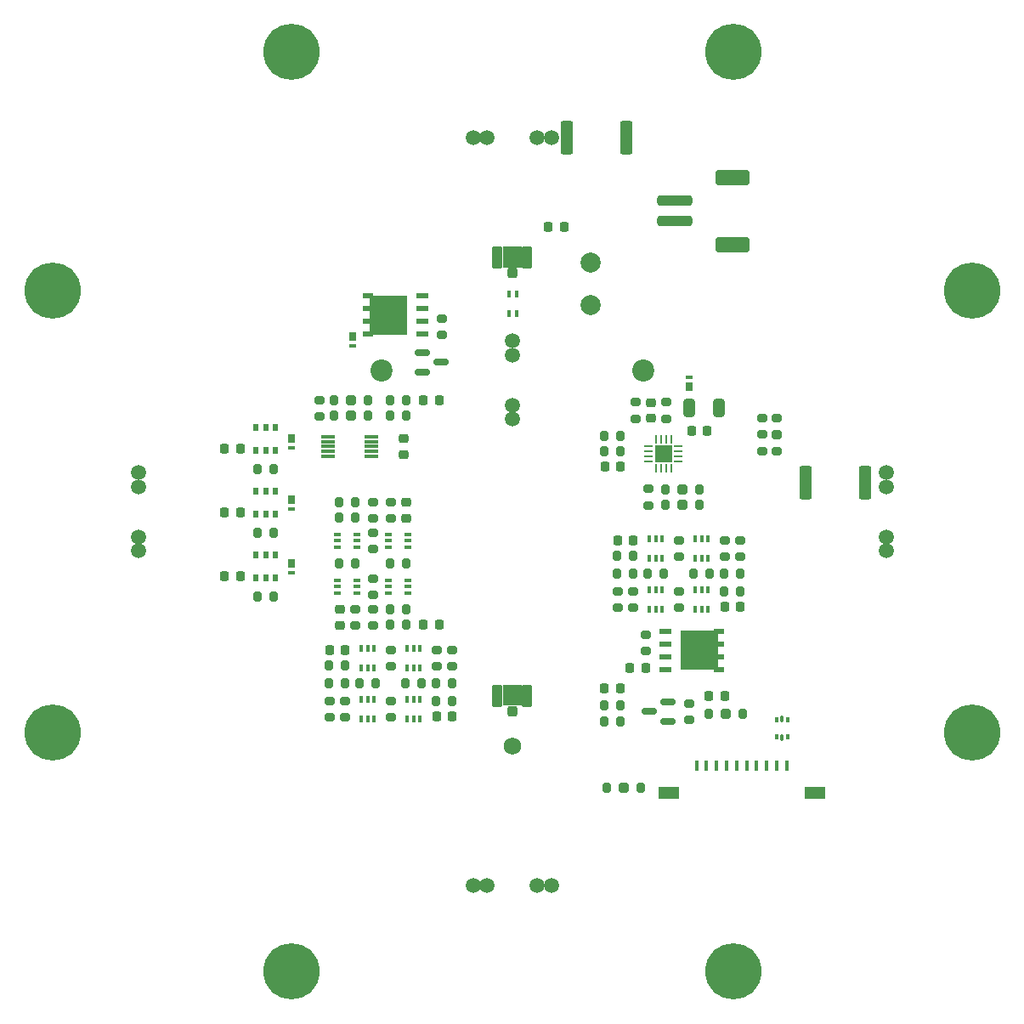
<source format=gbr>
%TF.GenerationSoftware,KiCad,Pcbnew,8.0.5*%
%TF.CreationDate,2025-02-27T20:38:44-05:00*%
%TF.ProjectId,Z-,5a2d2e6b-6963-4616-945f-706362585858,rev?*%
%TF.SameCoordinates,Original*%
%TF.FileFunction,Soldermask,Bot*%
%TF.FilePolarity,Negative*%
%FSLAX46Y46*%
G04 Gerber Fmt 4.6, Leading zero omitted, Abs format (unit mm)*
G04 Created by KiCad (PCBNEW 8.0.5) date 2025-02-27 20:38:44*
%MOMM*%
%LPD*%
G01*
G04 APERTURE LIST*
G04 Aperture macros list*
%AMRoundRect*
0 Rectangle with rounded corners*
0 $1 Rounding radius*
0 $2 $3 $4 $5 $6 $7 $8 $9 X,Y pos of 4 corners*
0 Add a 4 corners polygon primitive as box body*
4,1,4,$2,$3,$4,$5,$6,$7,$8,$9,$2,$3,0*
0 Add four circle primitives for the rounded corners*
1,1,$1+$1,$2,$3*
1,1,$1+$1,$4,$5*
1,1,$1+$1,$6,$7*
1,1,$1+$1,$8,$9*
0 Add four rect primitives between the rounded corners*
20,1,$1+$1,$2,$3,$4,$5,0*
20,1,$1+$1,$4,$5,$6,$7,0*
20,1,$1+$1,$6,$7,$8,$9,0*
20,1,$1+$1,$8,$9,$2,$3,0*%
G04 Aperture macros list end*
%ADD10C,0.762000*%
%ADD11C,3.800000*%
%ADD12C,5.600000*%
%ADD13C,1.727200*%
%ADD14C,2.200000*%
%ADD15C,2.000000*%
%ADD16C,1.500000*%
%ADD17R,1.422400X0.304800*%
%ADD18R,0.510000X0.700000*%
%ADD19RoundRect,0.225000X0.225000X0.250000X-0.225000X0.250000X-0.225000X-0.250000X0.225000X-0.250000X0*%
%ADD20RoundRect,0.200000X-0.200000X-0.275000X0.200000X-0.275000X0.200000X0.275000X-0.200000X0.275000X0*%
%ADD21RoundRect,0.075000X0.275000X-0.390000X0.275000X0.390000X-0.275000X0.390000X-0.275000X-0.390000X0*%
%ADD22RoundRect,0.075000X0.275000X-0.075000X0.275000X0.075000X-0.275000X0.075000X-0.275000X-0.075000X0*%
%ADD23RoundRect,0.100000X0.100000X-0.225000X0.100000X0.225000X-0.100000X0.225000X-0.100000X-0.225000X0*%
%ADD24RoundRect,0.200000X-0.275000X0.200000X-0.275000X-0.200000X0.275000X-0.200000X0.275000X0.200000X0*%
%ADD25R,0.254000X0.812800*%
%ADD26R,0.812800X0.254000*%
%ADD27R,1.752600X1.752600*%
%ADD28RoundRect,0.218750X-0.218750X-0.256250X0.218750X-0.256250X0.218750X0.256250X-0.218750X0.256250X0*%
%ADD29RoundRect,0.200000X0.200000X0.275000X-0.200000X0.275000X-0.200000X-0.275000X0.200000X-0.275000X0*%
%ADD30RoundRect,0.250000X0.250000X-0.275000X0.250000X0.275000X-0.250000X0.275000X-0.250000X-0.275000X0*%
%ADD31RoundRect,0.250000X0.275000X-0.850000X0.275000X0.850000X-0.275000X0.850000X-0.275000X-0.850000X0*%
%ADD32RoundRect,0.218750X0.218750X0.256250X-0.218750X0.256250X-0.218750X-0.256250X0.218750X-0.256250X0*%
%ADD33RoundRect,0.100000X0.225000X0.100000X-0.225000X0.100000X-0.225000X-0.100000X0.225000X-0.100000X0*%
%ADD34R,1.270000X0.610000*%
%ADD35R,1.020000X0.610000*%
%ADD36R,3.810000X3.910000*%
%ADD37RoundRect,0.200000X0.275000X-0.200000X0.275000X0.200000X-0.275000X0.200000X-0.275000X-0.200000X0*%
%ADD38RoundRect,0.225000X-0.225000X-0.250000X0.225000X-0.250000X0.225000X0.250000X-0.225000X0.250000X0*%
%ADD39RoundRect,0.093750X0.093750X-0.156250X0.093750X0.156250X-0.093750X0.156250X-0.093750X-0.156250X0*%
%ADD40RoundRect,0.075000X0.075000X-0.250000X0.075000X0.250000X-0.075000X0.250000X-0.075000X-0.250000X0*%
%ADD41RoundRect,0.100000X-0.225000X-0.100000X0.225000X-0.100000X0.225000X0.100000X-0.225000X0.100000X0*%
%ADD42RoundRect,0.075000X-0.275000X0.390000X-0.275000X-0.390000X0.275000X-0.390000X0.275000X0.390000X0*%
%ADD43RoundRect,0.075000X-0.275000X0.075000X-0.275000X-0.075000X0.275000X-0.075000X0.275000X0.075000X0*%
%ADD44RoundRect,0.225000X0.250000X-0.225000X0.250000X0.225000X-0.250000X0.225000X-0.250000X-0.225000X0*%
%ADD45RoundRect,0.250000X-1.500000X0.250000X-1.500000X-0.250000X1.500000X-0.250000X1.500000X0.250000X0*%
%ADD46RoundRect,0.250001X-1.449999X0.499999X-1.449999X-0.499999X1.449999X-0.499999X1.449999X0.499999X0*%
%ADD47RoundRect,0.100000X-0.100000X0.225000X-0.100000X-0.225000X0.100000X-0.225000X0.100000X0.225000X0*%
%ADD48RoundRect,0.225000X-0.250000X0.225000X-0.250000X-0.225000X0.250000X-0.225000X0.250000X0.225000X0*%
%ADD49RoundRect,0.250000X0.362500X1.425000X-0.362500X1.425000X-0.362500X-1.425000X0.362500X-1.425000X0*%
%ADD50RoundRect,0.250000X-0.325000X-0.650000X0.325000X-0.650000X0.325000X0.650000X-0.325000X0.650000X0*%
%ADD51RoundRect,0.150000X-0.587500X-0.150000X0.587500X-0.150000X0.587500X0.150000X-0.587500X0.150000X0*%
%ADD52R,0.400000X1.000000*%
%ADD53R,2.000000X1.300000*%
%ADD54RoundRect,0.250000X-0.362500X-1.425000X0.362500X-1.425000X0.362500X1.425000X-0.362500X1.425000X0*%
%ADD55RoundRect,0.150000X0.587500X0.150000X-0.587500X0.150000X-0.587500X-0.150000X0.587500X-0.150000X0*%
%ADD56R,0.400000X0.750000*%
G04 APERTURE END LIST*
%TO.C,J3*%
G36*
X153260000Y-114971000D02*
G01*
X151380000Y-114971000D01*
X151380000Y-112881000D01*
X153260000Y-112881000D01*
X153260000Y-114971000D01*
G37*
%TO.C,J2*%
G36*
X153259600Y-71333800D02*
G01*
X151379600Y-71333800D01*
X151379600Y-69243800D01*
X153259600Y-69243800D01*
X153259600Y-71333800D01*
G37*
%TD*%
D10*
%TO.C,H2*%
X106520000Y-75860000D03*
X104964250Y-75215750D03*
X108075750Y-75215750D03*
X104320000Y-73660000D03*
D11*
X106520000Y-73660000D03*
D12*
X106520000Y-73660000D03*
D10*
X108720000Y-73660000D03*
X104964250Y-72104250D03*
X108075750Y-72104250D03*
X106520000Y-71460000D03*
%TD*%
D13*
%TO.C,AE3*%
X152319600Y-119046599D03*
%TD*%
D14*
%TO.C,AE2*%
X139279600Y-81585000D03*
%TD*%
D15*
%TO.C,H9*%
X160147000Y-70787000D03*
%TD*%
%TO.C,H10*%
X160147000Y-75057000D03*
%TD*%
D14*
%TO.C,AE1*%
X165359599Y-81585000D03*
%TD*%
D16*
%TO.C,JP3*%
X152319600Y-86450000D03*
X152319600Y-85050000D03*
X152319600Y-80050000D03*
X152319600Y-78650000D03*
%TD*%
D10*
%TO.C,H8*%
X130320000Y-143660000D03*
X128764250Y-143015750D03*
X131875750Y-143015750D03*
X128120000Y-141460000D03*
D11*
X130320000Y-141460000D03*
D12*
X130320000Y-141460000D03*
D10*
X132520000Y-141460000D03*
X128764250Y-139904250D03*
X131875750Y-139904250D03*
X130320000Y-139260000D03*
%TD*%
%TO.C,H5*%
X198120000Y-75860000D03*
X196564250Y-75215750D03*
X199675750Y-75215750D03*
X195920000Y-73660000D03*
D11*
X198120000Y-73660000D03*
D12*
X198120000Y-73660000D03*
D10*
X200320000Y-73660000D03*
X196564250Y-72104250D03*
X199675750Y-72104250D03*
X198120000Y-71460000D03*
%TD*%
%TO.C,H7*%
X174320000Y-143660000D03*
X172764250Y-143015750D03*
X175875750Y-143015750D03*
X172120000Y-141460000D03*
D11*
X174320000Y-141460000D03*
D12*
X174320000Y-141460000D03*
D10*
X176520000Y-141460000D03*
X172764250Y-139904250D03*
X175875750Y-139904250D03*
X174320000Y-139260000D03*
%TD*%
D16*
%TO.C,JP1*%
X115062880Y-99559140D03*
X115062880Y-98159140D03*
X115062880Y-93159140D03*
X115062880Y-91759140D03*
%TD*%
D10*
%TO.C,H4*%
X174320000Y-52060000D03*
X172764250Y-51415750D03*
X175875750Y-51415750D03*
X172120000Y-49860000D03*
D11*
X174320000Y-49860000D03*
D12*
X174320000Y-49860000D03*
D10*
X176520000Y-49860000D03*
X172764250Y-48304250D03*
X175875750Y-48304250D03*
X174320000Y-47660000D03*
%TD*%
%TO.C,H3*%
X130320000Y-52060000D03*
X128764250Y-51415750D03*
X131875750Y-51415750D03*
X128120000Y-49860000D03*
D11*
X130320000Y-49860000D03*
D12*
X130320000Y-49860000D03*
D10*
X132520000Y-49860000D03*
X128764250Y-48304250D03*
X131875750Y-48304250D03*
X130320000Y-47660000D03*
%TD*%
D16*
%TO.C,JP5*%
X148419600Y-58402420D03*
X149819600Y-58402420D03*
X154819600Y-58402420D03*
X156219600Y-58402420D03*
%TD*%
D10*
%TO.C,H1*%
X106520000Y-119860000D03*
X104964250Y-119215750D03*
X108075750Y-119215750D03*
X104320000Y-117660000D03*
D11*
X106520000Y-117660000D03*
D12*
X106520000Y-117660000D03*
D10*
X108720000Y-117660000D03*
X104964250Y-116104250D03*
X108075750Y-116104250D03*
X106520000Y-115460000D03*
%TD*%
%TO.C,H6*%
X198120000Y-119860000D03*
X196564250Y-119215750D03*
X199675750Y-119215750D03*
X195920000Y-117660000D03*
D11*
X198120000Y-117660000D03*
D12*
X198120000Y-117660000D03*
D10*
X200320000Y-117660000D03*
X196564250Y-116104250D03*
X199675750Y-116104250D03*
X198120000Y-115460000D03*
%TD*%
D17*
%TO.C,U2*%
X133997700Y-90154001D03*
X133997700Y-89653999D03*
X133997700Y-89154000D03*
X133997700Y-88654001D03*
X133997700Y-88153999D03*
X138290300Y-88153999D03*
X138290300Y-88654001D03*
X138290300Y-89154000D03*
X138290300Y-89653999D03*
X138290300Y-90154001D03*
%TD*%
D18*
%TO.C,Q17*%
X128712000Y-102239000D03*
X127762000Y-102239000D03*
X126812000Y-102239000D03*
X126812000Y-99919000D03*
X127762000Y-99919000D03*
X128712000Y-99919000D03*
%TD*%
D19*
%TO.C,C11*%
X164351000Y-98552000D03*
X162801000Y-98552000D03*
%TD*%
D20*
%TO.C,R50*%
X170371000Y-101854000D03*
X172021000Y-101854000D03*
%TD*%
D21*
%TO.C,D3*%
X169926000Y-83181000D03*
D22*
X169926000Y-82296000D03*
%TD*%
D23*
%TO.C,Q1*%
X138572000Y-111186000D03*
X137922000Y-111186000D03*
X137272000Y-111186000D03*
X137272000Y-109286000D03*
X137922000Y-109286000D03*
X138572000Y-109286000D03*
%TD*%
D24*
%TO.C,R63*%
X167640000Y-84737000D03*
X167640000Y-86387000D03*
%TD*%
D25*
%TO.C,U4*%
X166635999Y-88406800D03*
X167136000Y-88406800D03*
X167636000Y-88406800D03*
X168136001Y-88406800D03*
D26*
X168859200Y-89129999D03*
X168859200Y-89630000D03*
X168859200Y-90130000D03*
X168859200Y-90630001D03*
D25*
X168136001Y-91353200D03*
X167636000Y-91353200D03*
X167136000Y-91353200D03*
X166635999Y-91353200D03*
D26*
X165912800Y-90630001D03*
X165912800Y-90130000D03*
X165912800Y-89630000D03*
X165912800Y-89129999D03*
D27*
X167386000Y-89880000D03*
%TD*%
D28*
%TO.C,F7*%
X155930500Y-67310000D03*
X157505500Y-67310000D03*
%TD*%
D29*
%TO.C,R47*%
X165163000Y-123190000D03*
X163513000Y-123190000D03*
%TD*%
%TO.C,R43*%
X128587000Y-97777000D03*
X126937000Y-97777000D03*
%TD*%
D20*
%TO.C,R14*%
X135065000Y-96266000D03*
X136715000Y-96266000D03*
%TD*%
%TO.C,R13*%
X136335000Y-86106000D03*
X137985000Y-86106000D03*
%TD*%
%TO.C,R62*%
X162751000Y-100076000D03*
X164401000Y-100076000D03*
%TD*%
D30*
%TO.C,J3*%
X152320000Y-115506000D03*
D31*
X150845000Y-113981000D03*
X153795000Y-113981000D03*
%TD*%
D20*
%TO.C,R56*%
X162751000Y-101854000D03*
X164401000Y-101854000D03*
%TD*%
D32*
%TO.C,F4*%
X125247500Y-89408000D03*
X123672500Y-89408000D03*
%TD*%
D20*
%TO.C,R23*%
X141669000Y-112776000D03*
X143319000Y-112776000D03*
%TD*%
D33*
%TO.C,Q5*%
X136840000Y-102474000D03*
X136840000Y-103124000D03*
X136840000Y-103774000D03*
X134940000Y-103774000D03*
X134940000Y-103124000D03*
X134940000Y-102474000D03*
%TD*%
D20*
%TO.C,R70*%
X140145000Y-84582000D03*
X141795000Y-84582000D03*
%TD*%
D29*
%TO.C,R59*%
X167448999Y-101854000D03*
X165798999Y-101854000D03*
%TD*%
D34*
%TO.C,Q21*%
X167582000Y-107569000D03*
D35*
X172932000Y-111379000D03*
X172932000Y-110109000D03*
X172932000Y-108839000D03*
X172932000Y-107569000D03*
D36*
X170942000Y-109474000D03*
D34*
X167582000Y-111379000D03*
X167582000Y-110109000D03*
X167582000Y-108839000D03*
%TD*%
D24*
%TO.C,R31*%
X138430000Y-94679000D03*
X138430000Y-96329000D03*
%TD*%
D37*
%TO.C,R29*%
X136652000Y-106997000D03*
X136652000Y-105347000D03*
%TD*%
D20*
%TO.C,R12*%
X134557000Y-84582000D03*
X136207000Y-84582000D03*
%TD*%
D29*
%TO.C,R60*%
X128587000Y-91427000D03*
X126937000Y-91427000D03*
%TD*%
D32*
%TO.C,F5*%
X125247500Y-102108000D03*
X123672500Y-102108000D03*
%TD*%
D37*
%TO.C,R7*%
X178710599Y-89627001D03*
X178710599Y-87977001D03*
%TD*%
D38*
%TO.C,C9*%
X170185000Y-87594000D03*
X171735000Y-87594000D03*
%TD*%
D19*
%TO.C,C7*%
X163081000Y-91150000D03*
X161531000Y-91150000D03*
%TD*%
D29*
%TO.C,R5*%
X138746999Y-112776000D03*
X137096999Y-112776000D03*
%TD*%
D39*
%TO.C,U5*%
X179734500Y-118071000D03*
D40*
X179197000Y-118146000D03*
D39*
X178659500Y-118071000D03*
X178659500Y-116371000D03*
D40*
X179197000Y-116296000D03*
D39*
X179734500Y-116371000D03*
%TD*%
D41*
%TO.C,Q6*%
X134940000Y-99202000D03*
X134940000Y-98552000D03*
X134940000Y-97902000D03*
X136840000Y-97902000D03*
X136840000Y-98552000D03*
X136840000Y-99202000D03*
%TD*%
D20*
%TO.C,R2*%
X134049000Y-112776000D03*
X135699000Y-112776000D03*
%TD*%
D37*
%TO.C,R19*%
X135636000Y-116141000D03*
X135636000Y-114491000D03*
%TD*%
D42*
%TO.C,D4*%
X130302000Y-94457000D03*
D43*
X130302000Y-95342000D03*
%TD*%
D44*
%TO.C,C8*%
X166116000Y-86337000D03*
X166116000Y-84787000D03*
%TD*%
D16*
%TO.C,JP2*%
X149820860Y-132916721D03*
X148420860Y-132916721D03*
X156220860Y-132916721D03*
X154820860Y-132916721D03*
%TD*%
D28*
%TO.C,F2*%
X143484500Y-106934000D03*
X145059500Y-106934000D03*
%TD*%
D20*
%TO.C,R32*%
X140145000Y-100838000D03*
X141795000Y-100838000D03*
%TD*%
D38*
%TO.C,C2*%
X144767000Y-116078000D03*
X146317000Y-116078000D03*
%TD*%
D29*
%TO.C,R24*%
X146367000Y-114554000D03*
X144717000Y-114554000D03*
%TD*%
D45*
%TO.C,J5*%
X168520000Y-64688000D03*
X168520000Y-66688000D03*
D46*
X174270000Y-62338000D03*
X174270000Y-69038000D03*
%TD*%
D37*
%TO.C,R22*%
X134112000Y-116141000D03*
X134112000Y-114491000D03*
%TD*%
%TO.C,R34*%
X138430000Y-99376999D03*
X138430000Y-97726999D03*
%TD*%
D24*
%TO.C,R38*%
X140208000Y-94679000D03*
X140208000Y-96329000D03*
%TD*%
D37*
%TO.C,R73*%
X145288000Y-78041000D03*
X145288000Y-76391000D03*
%TD*%
D20*
%TO.C,R80*%
X171895000Y-115824000D03*
X173545000Y-115824000D03*
%TD*%
D29*
%TO.C,R33*%
X141795000Y-106934000D03*
X140145000Y-106934000D03*
%TD*%
D47*
%TO.C,Q3*%
X141844000Y-114366000D03*
X142494000Y-114366000D03*
X143144000Y-114366000D03*
X143144000Y-116266000D03*
X142494000Y-116266000D03*
X141844000Y-116266000D03*
%TD*%
D20*
%TO.C,R48*%
X161735000Y-123190000D03*
X163385000Y-123190000D03*
%TD*%
D24*
%TO.C,R4*%
X146304000Y-109411000D03*
X146304000Y-111061000D03*
%TD*%
D32*
%TO.C,F1*%
X165633500Y-111252000D03*
X164058500Y-111252000D03*
%TD*%
D48*
%TO.C,C3*%
X135128000Y-105397000D03*
X135128000Y-106947000D03*
%TD*%
D23*
%TO.C,Q11*%
X167274000Y-100264000D03*
X166624000Y-100264000D03*
X165974000Y-100264000D03*
X165974000Y-98364000D03*
X166624000Y-98364000D03*
X167274000Y-98364000D03*
%TD*%
D37*
%TO.C,R17*%
X138430000Y-106997000D03*
X138430000Y-105347000D03*
%TD*%
D29*
%TO.C,R42*%
X175068999Y-101854000D03*
X173418999Y-101854000D03*
%TD*%
D24*
%TO.C,R69*%
X133096000Y-84519000D03*
X133096000Y-86169000D03*
%TD*%
D20*
%TO.C,R11*%
X136335000Y-84582000D03*
X137985000Y-84582000D03*
%TD*%
D29*
%TO.C,R16*%
X163131000Y-116586000D03*
X161481000Y-116586000D03*
%TD*%
D37*
%TO.C,R46*%
X162813999Y-105219000D03*
X162813999Y-103569000D03*
%TD*%
D49*
%TO.C,R55*%
X163712500Y-58420000D03*
X157787500Y-58420000D03*
%TD*%
D32*
%TO.C,F6*%
X125247500Y-95758000D03*
X123672500Y-95758000D03*
%TD*%
D33*
%TO.C,Q8*%
X141920000Y-102474000D03*
X141920000Y-103124000D03*
X141920000Y-103774000D03*
X140020000Y-103774000D03*
X140020000Y-103124000D03*
X140020000Y-102474000D03*
%TD*%
D29*
%TO.C,R53*%
X128587000Y-104127000D03*
X126937000Y-104127000D03*
%TD*%
D24*
%TO.C,R9*%
X177237399Y-86313801D03*
X177237399Y-87963801D03*
%TD*%
D20*
%TO.C,R64*%
X161481000Y-88102000D03*
X163131000Y-88102000D03*
%TD*%
D50*
%TO.C,C10*%
X169985000Y-85344000D03*
X172935000Y-85344000D03*
%TD*%
D24*
%TO.C,R67*%
X165862000Y-93373000D03*
X165862000Y-95023000D03*
%TD*%
D23*
%TO.C,Q10*%
X167273999Y-105344000D03*
X166623999Y-105344000D03*
X165973999Y-105344000D03*
X165973999Y-103444000D03*
X166623999Y-103444000D03*
X167273999Y-103444000D03*
%TD*%
D29*
%TO.C,R18*%
X136715000Y-100838000D03*
X135065000Y-100838000D03*
%TD*%
D51*
%TO.C,Q13*%
X143334500Y-81722000D03*
X143334500Y-79822000D03*
X145209500Y-80772000D03*
%TD*%
D24*
%TO.C,R8*%
X177237399Y-87964801D03*
X177237399Y-89614801D03*
%TD*%
D42*
%TO.C,D5*%
X130302000Y-100807000D03*
D43*
X130302000Y-101692000D03*
%TD*%
D18*
%TO.C,Q15*%
X128712000Y-95885000D03*
X127762000Y-95885000D03*
X126812000Y-95885000D03*
X126812000Y-93565000D03*
X127762000Y-93565000D03*
X128712000Y-93565000D03*
%TD*%
D52*
%TO.C,J1*%
X179680000Y-120988200D03*
X178680000Y-120988200D03*
X177680000Y-120988200D03*
X176680000Y-120988200D03*
X175680000Y-120988200D03*
X174680000Y-120988200D03*
X173680000Y-120988200D03*
X172680000Y-120988200D03*
X171680000Y-120988200D03*
X170680000Y-120988200D03*
D53*
X182480000Y-123688200D03*
X167880000Y-123688200D03*
%TD*%
D28*
%TO.C,F3*%
X171932500Y-114046000D03*
X173507500Y-114046000D03*
%TD*%
D29*
%TO.C,R20*%
X146367000Y-112776000D03*
X144717000Y-112776000D03*
%TD*%
D20*
%TO.C,R49*%
X169355000Y-93436000D03*
X171005000Y-93436000D03*
%TD*%
D54*
%TO.C,R44*%
X181537500Y-92750000D03*
X187462500Y-92750000D03*
%TD*%
D24*
%TO.C,R54*%
X173482000Y-98489000D03*
X173482000Y-100139000D03*
%TD*%
D42*
%TO.C,D6*%
X130302000Y-88392000D03*
D43*
X130302000Y-89277000D03*
%TD*%
D16*
%TO.C,JP4*%
X189577580Y-98160000D03*
X189577580Y-99560000D03*
X189577580Y-91760000D03*
X189577580Y-93160000D03*
%TD*%
D37*
%TO.C,R6*%
X178710599Y-87963801D03*
X178710599Y-86313801D03*
%TD*%
%TO.C,R57*%
X168910000Y-100139000D03*
X168910000Y-98489000D03*
%TD*%
D24*
%TO.C,R45*%
X168909999Y-103569000D03*
X168909999Y-105219000D03*
%TD*%
D20*
%TO.C,R41*%
X167577000Y-94960000D03*
X169227000Y-94960000D03*
%TD*%
D38*
%TO.C,C6*%
X173468999Y-105156000D03*
X175018999Y-105156000D03*
%TD*%
D42*
%TO.C,D7*%
X136398000Y-78201000D03*
D43*
X136398000Y-79086000D03*
%TD*%
D47*
%TO.C,Q9*%
X170545999Y-103444000D03*
X171195999Y-103444000D03*
X171845999Y-103444000D03*
X171845999Y-105344000D03*
X171195999Y-105344000D03*
X170545999Y-105344000D03*
%TD*%
D41*
%TO.C,Q7*%
X140020000Y-99202000D03*
X140020000Y-98552000D03*
X140020000Y-97902000D03*
X141920000Y-97902000D03*
X141920000Y-98552000D03*
X141920000Y-99202000D03*
%TD*%
D37*
%TO.C,R66*%
X164592000Y-86387000D03*
X164592000Y-84737000D03*
%TD*%
D23*
%TO.C,Q4*%
X138572000Y-116266000D03*
X137922000Y-116266000D03*
X137272000Y-116266000D03*
X137272000Y-114366000D03*
X137922000Y-114366000D03*
X138572000Y-114366000D03*
%TD*%
D44*
%TO.C,C13*%
X141478000Y-89942000D03*
X141478000Y-88392000D03*
%TD*%
D37*
%TO.C,R3*%
X140208000Y-111061000D03*
X140208000Y-109411000D03*
%TD*%
D44*
%TO.C,C4*%
X141732000Y-96279000D03*
X141732000Y-94729000D03*
%TD*%
D24*
%TO.C,R1*%
X144780000Y-109411000D03*
X144780000Y-111061000D03*
%TD*%
D20*
%TO.C,R68*%
X140145000Y-86106000D03*
X141795000Y-86106000D03*
%TD*%
D32*
%TO.C,D8*%
X145059500Y-84582000D03*
X143484500Y-84582000D03*
%TD*%
D24*
%TO.C,R21*%
X140208000Y-114491000D03*
X140208000Y-116141000D03*
%TD*%
D37*
%TO.C,R40*%
X164337999Y-105219000D03*
X164337999Y-103569000D03*
%TD*%
D20*
%TO.C,R37*%
X134557000Y-86106000D03*
X136207000Y-86106000D03*
%TD*%
D28*
%TO.C,D2*%
X161518500Y-113284000D03*
X163093500Y-113284000D03*
%TD*%
D24*
%TO.C,R58*%
X175006000Y-98489000D03*
X175006000Y-100139000D03*
%TD*%
D29*
%TO.C,R81*%
X175323000Y-115824000D03*
X173673000Y-115824000D03*
%TD*%
D30*
%TO.C,J2*%
X152319600Y-71868800D03*
D31*
X150844600Y-70343800D03*
X153794600Y-70343800D03*
%TD*%
D29*
%TO.C,R30*%
X141795000Y-105410000D03*
X140145000Y-105410000D03*
%TD*%
D55*
%TO.C,Q20*%
X167815500Y-114620000D03*
X167815500Y-116520000D03*
X165940500Y-115570000D03*
%TD*%
D37*
%TO.C,R35*%
X169926000Y-116395000D03*
X169926000Y-114745000D03*
%TD*%
D24*
%TO.C,R36*%
X165608000Y-107887000D03*
X165608000Y-109537000D03*
%TD*%
D20*
%TO.C,R15*%
X161481000Y-114935000D03*
X163131000Y-114935000D03*
%TD*%
%TO.C,R27*%
X135065000Y-94742000D03*
X136715000Y-94742000D03*
%TD*%
D29*
%TO.C,R52*%
X175068999Y-103632000D03*
X173418999Y-103632000D03*
%TD*%
D18*
%TO.C,Q19*%
X128712000Y-89539000D03*
X127762000Y-89539000D03*
X126812000Y-89539000D03*
X126812000Y-87219000D03*
X127762000Y-87219000D03*
X128712000Y-87219000D03*
%TD*%
D20*
%TO.C,R51*%
X167577000Y-93436000D03*
X169227000Y-93436000D03*
%TD*%
D47*
%TO.C,Q2*%
X141844000Y-109286000D03*
X142494000Y-109286000D03*
X143144000Y-109286000D03*
X143144000Y-111186000D03*
X142494000Y-111186000D03*
X141844000Y-111186000D03*
%TD*%
D20*
%TO.C,R10*%
X134049000Y-110998000D03*
X135699000Y-110998000D03*
%TD*%
D47*
%TO.C,Q12*%
X170546000Y-98364000D03*
X171196000Y-98364000D03*
X171846000Y-98364000D03*
X171846000Y-100264000D03*
X171196000Y-100264000D03*
X170546000Y-100264000D03*
%TD*%
D34*
%TO.C,Q14*%
X143328500Y-77978000D03*
D35*
X137978500Y-74168000D03*
X137978500Y-75438000D03*
X137978500Y-76708000D03*
X137978500Y-77978000D03*
D36*
X139968500Y-76073000D03*
D34*
X143328500Y-74168000D03*
X143328500Y-75438000D03*
X143328500Y-76708000D03*
%TD*%
D56*
%TO.C,BA1*%
X152000000Y-73955000D03*
X152800000Y-73955000D03*
X152800000Y-75905000D03*
X152000000Y-75905000D03*
%TD*%
D29*
%TO.C,R65*%
X163131000Y-89626000D03*
X161481000Y-89626000D03*
%TD*%
D24*
%TO.C,R28*%
X138430000Y-102299001D03*
X138430000Y-103949001D03*
%TD*%
D19*
%TO.C,C1*%
X135649000Y-109474000D03*
X134099000Y-109474000D03*
%TD*%
D20*
%TO.C,R39*%
X169355000Y-94960000D03*
X171005000Y-94960000D03*
%TD*%
M02*

</source>
